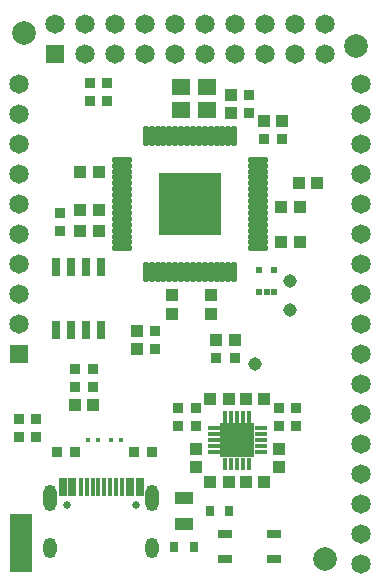
<source format=gts>
G04*
G04 #@! TF.GenerationSoftware,Altium Limited,Altium Designer,20.0.11 (256)*
G04*
G04 Layer_Color=8388736*
%FSLAX25Y25*%
%MOIN*%
G70*
G01*
G75*
%ADD33R,0.07200X0.19800*%
%ADD34R,0.03951X0.04051*%
%ADD35R,0.06457X0.04488*%
%ADD36R,0.01811X0.01378*%
%ADD37C,0.04488*%
%ADD38R,0.03751X0.03551*%
%ADD39R,0.04051X0.03951*%
%ADD40R,0.03551X0.03751*%
%ADD41R,0.03132X0.03701*%
%ADD42R,0.04685X0.03110*%
%ADD43R,0.03701X0.03701*%
%ADD44R,0.01968X0.02362*%
%ADD45R,0.11181X0.11181*%
%ADD46R,0.03898X0.01654*%
%ADD47R,0.01654X0.03898*%
%ADD48R,0.02913X0.06457*%
%ADD49R,0.21024X0.21024*%
G04:AMPARAMS|DCode=50|XSize=17.32mil|YSize=64.57mil|CornerRadius=3.05mil|HoleSize=0mil|Usage=FLASHONLY|Rotation=0.000|XOffset=0mil|YOffset=0mil|HoleType=Round|Shape=RoundedRectangle|*
%AMROUNDEDRECTD50*
21,1,0.01732,0.05847,0,0,0.0*
21,1,0.01122,0.06457,0,0,0.0*
1,1,0.00610,0.00561,-0.02923*
1,1,0.00610,-0.00561,-0.02923*
1,1,0.00610,-0.00561,0.02923*
1,1,0.00610,0.00561,0.02923*
%
%ADD50ROUNDEDRECTD50*%
G04:AMPARAMS|DCode=51|XSize=17.32mil|YSize=64.57mil|CornerRadius=3.05mil|HoleSize=0mil|Usage=FLASHONLY|Rotation=90.000|XOffset=0mil|YOffset=0mil|HoleType=Round|Shape=RoundedRectangle|*
%AMROUNDEDRECTD51*
21,1,0.01732,0.05847,0,0,90.0*
21,1,0.01122,0.06457,0,0,90.0*
1,1,0.00610,0.02923,0.00561*
1,1,0.00610,0.02923,-0.00561*
1,1,0.00610,-0.02923,-0.00561*
1,1,0.00610,-0.02923,0.00561*
%
%ADD51ROUNDEDRECTD51*%
%ADD52R,0.06063X0.05276*%
%ADD53R,0.02913X0.06260*%
%ADD54R,0.01732X0.06260*%
%ADD55C,0.07874*%
%ADD56C,0.06457*%
%ADD57R,0.06457X0.06457*%
%ADD58C,0.02559*%
%ADD59O,0.04488X0.06850*%
%ADD60O,0.04488X0.08819*%
%ADD61R,0.06457X0.06457*%
D33*
X6600Y12900D02*
D03*
D34*
X26478Y136811D02*
D03*
X32578D02*
D03*
X105412Y132874D02*
D03*
X99312D02*
D03*
X24509Y59055D02*
D03*
X30609D02*
D03*
X77853Y80709D02*
D03*
X71753D02*
D03*
X81596Y61024D02*
D03*
X87696D02*
D03*
X75885D02*
D03*
X69785D02*
D03*
X81596Y33465D02*
D03*
X87696D02*
D03*
X75885D02*
D03*
X69785D02*
D03*
X93601Y153543D02*
D03*
X87501D02*
D03*
X93407Y125000D02*
D03*
X99507D02*
D03*
X93407Y113189D02*
D03*
X99507D02*
D03*
X32578Y124016D02*
D03*
X26478D02*
D03*
X32578Y117126D02*
D03*
X26478D02*
D03*
D35*
X61024Y19291D02*
D03*
Y27953D02*
D03*
D36*
X40053Y47400D02*
D03*
X36746D02*
D03*
X28947D02*
D03*
X32254D02*
D03*
D37*
X84646Y72835D02*
D03*
X96457Y90551D02*
D03*
Y100394D02*
D03*
D38*
X51181Y83759D02*
D03*
Y77659D02*
D03*
X11811Y48226D02*
D03*
Y54326D02*
D03*
X98425Y58168D02*
D03*
Y52068D02*
D03*
X64961D02*
D03*
Y58168D02*
D03*
X59055D02*
D03*
Y52068D02*
D03*
X82677Y162499D02*
D03*
Y156399D02*
D03*
X19685Y117029D02*
D03*
Y123129D02*
D03*
X35433Y160336D02*
D03*
Y166436D02*
D03*
X29528Y160336D02*
D03*
Y166436D02*
D03*
X92520Y52068D02*
D03*
Y58168D02*
D03*
D39*
X45276Y83759D02*
D03*
Y77659D02*
D03*
X64961Y38289D02*
D03*
Y44389D02*
D03*
X92520Y38289D02*
D03*
Y44389D02*
D03*
X76772Y156399D02*
D03*
Y162499D02*
D03*
X69882Y95570D02*
D03*
Y89470D02*
D03*
X57087Y95570D02*
D03*
Y89470D02*
D03*
D40*
X30609Y70866D02*
D03*
X24509D02*
D03*
Y64961D02*
D03*
X30609D02*
D03*
X71753Y74803D02*
D03*
X77853D02*
D03*
X18604Y43307D02*
D03*
X24703D02*
D03*
X50294D02*
D03*
X44194D02*
D03*
X87501Y147638D02*
D03*
X93601D02*
D03*
D41*
X57765Y11811D02*
D03*
X64283D02*
D03*
X69576Y23622D02*
D03*
X76094D02*
D03*
D42*
X74508Y16043D02*
D03*
X90847D02*
D03*
X74508Y7579D02*
D03*
X90847D02*
D03*
D43*
X5906Y48323D02*
D03*
Y54228D02*
D03*
D44*
X86024Y104134D02*
D03*
X91142D02*
D03*
Y96653D02*
D03*
X88583D02*
D03*
X86024D02*
D03*
D45*
X78740Y47244D02*
D03*
D46*
X70965Y43307D02*
D03*
Y45276D02*
D03*
Y47244D02*
D03*
Y49213D02*
D03*
Y51181D02*
D03*
X86516D02*
D03*
Y49213D02*
D03*
Y47244D02*
D03*
Y45276D02*
D03*
Y43307D02*
D03*
D47*
X74803Y55020D02*
D03*
X76772D02*
D03*
X78740D02*
D03*
X80709D02*
D03*
X82677D02*
D03*
Y39469D02*
D03*
X80709D02*
D03*
X78740D02*
D03*
X76772D02*
D03*
X74803D02*
D03*
D48*
X18484Y83858D02*
D03*
X23484D02*
D03*
X28484D02*
D03*
X33484D02*
D03*
X18484Y105118D02*
D03*
X23484D02*
D03*
X28484D02*
D03*
X33484D02*
D03*
D49*
X62992Y125984D02*
D03*
D50*
X48228Y148622D02*
D03*
X50197D02*
D03*
X52165D02*
D03*
X54134D02*
D03*
X56102D02*
D03*
X58071D02*
D03*
X60039D02*
D03*
X62008D02*
D03*
X63976D02*
D03*
X65945D02*
D03*
X67913D02*
D03*
X69882D02*
D03*
X71850D02*
D03*
X73819D02*
D03*
X75787D02*
D03*
X77756D02*
D03*
Y103347D02*
D03*
X75787D02*
D03*
X73819D02*
D03*
X71850D02*
D03*
X69882D02*
D03*
X67913D02*
D03*
X65945D02*
D03*
X63976D02*
D03*
X62008D02*
D03*
X60039D02*
D03*
X58071D02*
D03*
X56102D02*
D03*
X54134D02*
D03*
X52165D02*
D03*
X50197D02*
D03*
X48228D02*
D03*
D51*
X85630Y140748D02*
D03*
Y138779D02*
D03*
Y136811D02*
D03*
Y134843D02*
D03*
Y132874D02*
D03*
Y130905D02*
D03*
Y128937D02*
D03*
Y126969D02*
D03*
Y125000D02*
D03*
Y123031D02*
D03*
Y121063D02*
D03*
Y119095D02*
D03*
Y117126D02*
D03*
Y115157D02*
D03*
Y113189D02*
D03*
Y111221D02*
D03*
X40354D02*
D03*
Y113189D02*
D03*
Y115157D02*
D03*
Y117126D02*
D03*
Y119095D02*
D03*
Y121063D02*
D03*
Y123031D02*
D03*
Y125000D02*
D03*
Y126969D02*
D03*
Y128937D02*
D03*
Y130905D02*
D03*
Y132874D02*
D03*
Y134843D02*
D03*
Y136811D02*
D03*
Y138779D02*
D03*
Y140748D02*
D03*
D52*
X60039Y157480D02*
D03*
X68701D02*
D03*
X60039Y164961D02*
D03*
X68701D02*
D03*
D53*
X20669Y31516D02*
D03*
X46260D02*
D03*
X23819D02*
D03*
X43110D02*
D03*
D54*
X26575D02*
D03*
X28543D02*
D03*
X40354D02*
D03*
X38386D02*
D03*
X36417D02*
D03*
X30512D02*
D03*
X34449D02*
D03*
X32480D02*
D03*
D55*
X108000Y7800D02*
D03*
X7800Y183000D02*
D03*
X118200Y178800D02*
D03*
D56*
X5906Y95906D02*
D03*
Y165905D02*
D03*
Y155905D02*
D03*
Y145905D02*
D03*
Y135906D02*
D03*
Y125906D02*
D03*
Y115905D02*
D03*
Y105905D02*
D03*
Y85905D02*
D03*
X120079Y165905D02*
D03*
Y5906D02*
D03*
Y15905D02*
D03*
Y25905D02*
D03*
Y35906D02*
D03*
Y45906D02*
D03*
Y55905D02*
D03*
Y65905D02*
D03*
Y75906D02*
D03*
Y85905D02*
D03*
Y95906D02*
D03*
Y105905D02*
D03*
Y115905D02*
D03*
Y125906D02*
D03*
Y135906D02*
D03*
Y145905D02*
D03*
Y155905D02*
D03*
X107992Y186102D02*
D03*
Y176102D02*
D03*
X97992Y186102D02*
D03*
Y176102D02*
D03*
X87992Y186102D02*
D03*
Y176102D02*
D03*
X77992Y186102D02*
D03*
Y176102D02*
D03*
X67992Y186102D02*
D03*
Y176102D02*
D03*
X57992Y186102D02*
D03*
Y176102D02*
D03*
X47992Y186102D02*
D03*
Y176102D02*
D03*
X37992Y186102D02*
D03*
Y176102D02*
D03*
X27992Y186102D02*
D03*
Y176102D02*
D03*
X17992Y186102D02*
D03*
D57*
X5906Y75906D02*
D03*
D58*
X22087Y25827D02*
D03*
X44842D02*
D03*
D59*
X50472Y11457D02*
D03*
X16457D02*
D03*
D60*
X50472Y27913D02*
D03*
X16457D02*
D03*
D61*
X17992Y176102D02*
D03*
M02*

</source>
